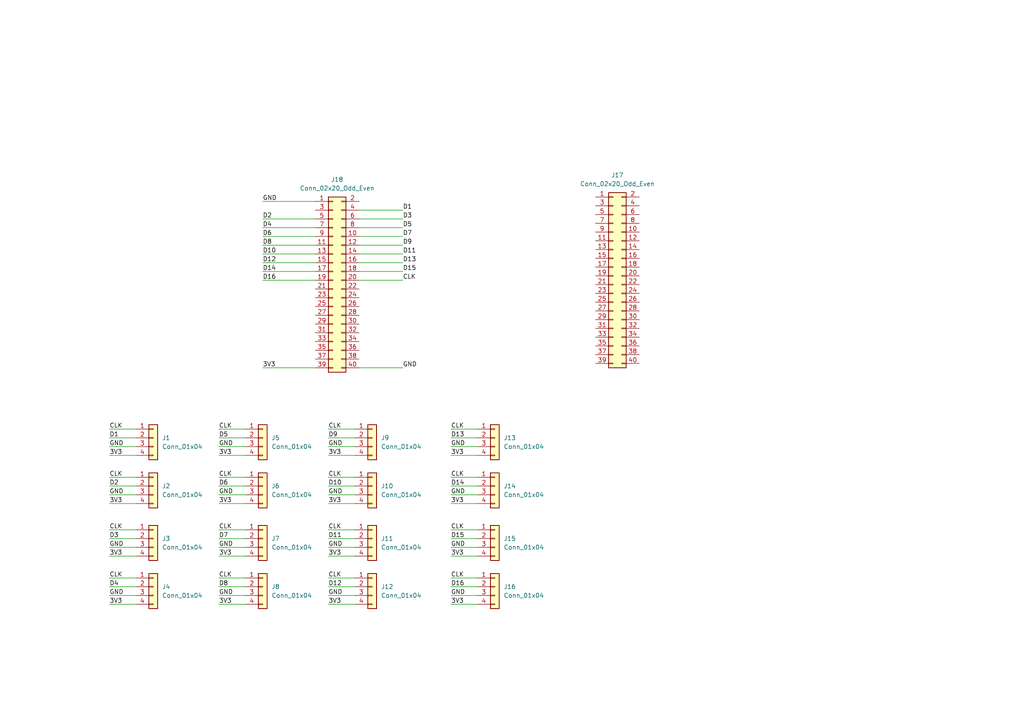
<source format=kicad_sch>
(kicad_sch (version 20211123) (generator eeschema)
  (paper "A4")
  (lib_symbols
    (symbol "Connector_Generic:Conn_01x04" (pin_names (offset 1.016) hide)
      (property "Reference" "J" (at 0 5.08 0))
      (property "Value" "Conn_01x04" (at 0 -7.62 0))
      (symbol "Conn_01x04_1_1"
        (rectangle (start -1.27 -4.953) (end 0 -5.207) (stroke (width 0.1524)))
        (rectangle (start -1.27 -2.413) (end 0 -2.667) (stroke (width 0.1524)))
        (rectangle (start -1.27 0.127) (end 0 -0.127) (stroke (width 0.1524)))
        (rectangle (start -1.27 2.667) (end 0 2.413) (stroke (width 0.1524)))
        (rectangle (start -1.27 3.81) (end 1.27 -6.35) (stroke (width 0.254)) (fill (type background)))
        (pin passive line (at -5.08 2.54 0) (length 3.81) (name "Pin_1") (number "1"))
        (pin passive line (at -5.08 0 0) (length 3.81) (name "Pin_2") (number "2"))
        (pin passive line (at -5.08 -2.54 0) (length 3.81) (name "Pin_3") (number "3"))
        (pin passive line (at -5.08 -5.08 0) (length 3.81) (name "Pin_4") (number "4"))
      )
    )
    (symbol "Connector_Generic:Conn_02x20_Odd_Even" (pin_names (offset 1.016) hide)
      (property "Reference" "J" (at 1.27 25.4 0))
      (property "Value" "Conn_02x20_Odd_Even" (at 1.27 -27.94 0))
      (symbol "Conn_02x20_Odd_Even_1_1"
        (rectangle (start -1.27 -25.273) (end 0 -25.527) (stroke (width 0.1524)))
        (rectangle (start -1.27 -22.733) (end 0 -22.987) (stroke (width 0.1524)))
        (rectangle (start -1.27 -20.193) (end 0 -20.447) (stroke (width 0.1524)))
        (rectangle (start -1.27 -17.653) (end 0 -17.907) (stroke (width 0.1524)))
        (rectangle (start -1.27 -15.113) (end 0 -15.367) (stroke (width 0.1524)))
        (rectangle (start -1.27 -12.573) (end 0 -12.827) (stroke (width 0.1524)))
        (rectangle (start -1.27 -10.033) (end 0 -10.287) (stroke (width 0.1524)))
        (rectangle (start -1.27 -7.493) (end 0 -7.747) (stroke (width 0.1524)))
        (rectangle (start -1.27 -4.953) (end 0 -5.207) (stroke (width 0.1524)))
        (rectangle (start -1.27 -2.413) (end 0 -2.667) (stroke (width 0.1524)))
        (rectangle (start -1.27 0.127) (end 0 -0.127) (stroke (width 0.1524)))
        (rectangle (start -1.27 2.667) (end 0 2.413) (stroke (width 0.1524)))
        (rectangle (start -1.27 5.207) (end 0 4.953) (stroke (width 0.1524)))
        (rectangle (start -1.27 7.747) (end 0 7.493) (stroke (width 0.1524)))
        (rectangle (start -1.27 10.287) (end 0 10.033) (stroke (width 0.1524)))
        (rectangle (start -1.27 12.827) (end 0 12.573) (stroke (width 0.1524)))
        (rectangle (start -1.27 15.367) (end 0 15.113) (stroke (width 0.1524)))
        (rectangle (start -1.27 17.907) (end 0 17.653) (stroke (width 0.1524)))
        (rectangle (start -1.27 20.447) (end 0 20.193) (stroke (width 0.1524)))
        (rectangle (start -1.27 22.987) (end 0 22.733) (stroke (width 0.1524)))
        (rectangle (start -1.27 24.13) (end 3.81 -26.67) (stroke (width 0.254)) (fill (type background)))
        (rectangle (start 3.81 -25.273) (end 2.54 -25.527) (stroke (width 0.1524)))
        (rectangle (start 3.81 -22.733) (end 2.54 -22.987) (stroke (width 0.1524)))
        (rectangle (start 3.81 -20.193) (end 2.54 -20.447) (stroke (width 0.1524)))
        (rectangle (start 3.81 -17.653) (end 2.54 -17.907) (stroke (width 0.1524)))
        (rectangle (start 3.81 -15.113) (end 2.54 -15.367) (stroke (width 0.1524)))
        (rectangle (start 3.81 -12.573) (end 2.54 -12.827) (stroke (width 0.1524)))
        (rectangle (start 3.81 -10.033) (end 2.54 -10.287) (stroke (width 0.1524)))
        (rectangle (start 3.81 -7.493) (end 2.54 -7.747) (stroke (width 0.1524)))
        (rectangle (start 3.81 -4.953) (end 2.54 -5.207) (stroke (width 0.1524)))
        (rectangle (start 3.81 -2.413) (end 2.54 -2.667) (stroke (width 0.1524)))
        (rectangle (start 3.81 0.127) (end 2.54 -0.127) (stroke (width 0.1524)))
        (rectangle (start 3.81 2.667) (end 2.54 2.413) (stroke (width 0.1524)))
        (rectangle (start 3.81 5.207) (end 2.54 4.953) (stroke (width 0.1524)))
        (rectangle (start 3.81 7.747) (end 2.54 7.493) (stroke (width 0.1524)))
        (rectangle (start 3.81 10.287) (end 2.54 10.033) (stroke (width 0.1524)))
        (rectangle (start 3.81 12.827) (end 2.54 12.573) (stroke (width 0.1524)))
        (rectangle (start 3.81 15.367) (end 2.54 15.113) (stroke (width 0.1524)))
        (rectangle (start 3.81 17.907) (end 2.54 17.653) (stroke (width 0.1524)))
        (rectangle (start 3.81 20.447) (end 2.54 20.193) (stroke (width 0.1524)))
        (rectangle (start 3.81 22.987) (end 2.54 22.733) (stroke (width 0.1524)))
        (pin passive line (at -5.08 22.86 0) (length 3.81) (name "Pin_1") (number "1"))
        (pin passive line (at 7.62 12.7 180) (length 3.81) (name "Pin_10") (number "10"))
        (pin passive line (at -5.08 10.16 0) (length 3.81) (name "Pin_11") (number "11"))
        (pin passive line (at 7.62 10.16 180) (length 3.81) (name "Pin_12") (number "12"))
        (pin passive line (at -5.08 7.62 0) (length 3.81) (name "Pin_13") (number "13"))
        (pin passive line (at 7.62 7.62 180) (length 3.81) (name "Pin_14") (number "14"))
        (pin passive line (at -5.08 5.08 0) (length 3.81) (name "Pin_15") (number "15"))
        (pin passive line (at 7.62 5.08 180) (length 3.81) (name "Pin_16") (number "16"))
        (pin passive line (at -5.08 2.54 0) (length 3.81) (name "Pin_17") (number "17"))
        (pin passive line (at 7.62 2.54 180) (length 3.81) (name "Pin_18") (number "18"))
        (pin passive line (at -5.08 0 0) (length 3.81) (name "Pin_19") (number "19"))
        (pin passive line (at 7.62 22.86 180) (length 3.81) (name "Pin_2") (number "2"))
        (pin passive line (at 7.62 0 180) (length 3.81) (name "Pin_20") (number "20"))
        (pin passive line (at -5.08 -2.54 0) (length 3.81) (name "Pin_21") (number "21"))
        (pin passive line (at 7.62 -2.54 180) (length 3.81) (name "Pin_22") (number "22"))
        (pin passive line (at -5.08 -5.08 0) (length 3.81) (name "Pin_23") (number "23"))
        (pin passive line (at 7.62 -5.08 180) (length 3.81) (name "Pin_24") (number "24"))
        (pin passive line (at -5.08 -7.62 0) (length 3.81) (name "Pin_25") (number "25"))
        (pin passive line (at 7.62 -7.62 180) (length 3.81) (name "Pin_26") (number "26"))
        (pin passive line (at -5.08 -10.16 0) (length 3.81) (name "Pin_27") (number "27"))
        (pin passive line (at 7.62 -10.16 180) (length 3.81) (name "Pin_28") (number "28"))
        (pin passive line (at -5.08 -12.7 0) (length 3.81) (name "Pin_29") (number "29"))
        (pin passive line (at -5.08 20.32 0) (length 3.81) (name "Pin_3") (number "3"))
        (pin passive line (at 7.62 -12.7 180) (length 3.81) (name "Pin_30") (number "30"))
        (pin passive line (at -5.08 -15.24 0) (length 3.81) (name "Pin_31") (number "31"))
        (pin passive line (at 7.62 -15.24 180) (length 3.81) (name "Pin_32") (number "32"))
        (pin passive line (at -5.08 -17.78 0) (length 3.81) (name "Pin_33") (number "33"))
        (pin passive line (at 7.62 -17.78 180) (length 3.81) (name "Pin_34") (number "34"))
        (pin passive line (at -5.08 -20.32 0) (length 3.81) (name "Pin_35") (number "35"))
        (pin passive line (at 7.62 -20.32 180) (length 3.81) (name "Pin_36") (number "36"))
        (pin passive line (at -5.08 -22.86 0) (length 3.81) (name "Pin_37") (number "37"))
        (pin passive line (at 7.62 -22.86 180) (length 3.81) (name "Pin_38") (number "38"))
        (pin passive line (at -5.08 -25.4 0) (length 3.81) (name "Pin_39") (number "39"))
        (pin passive line (at 7.62 20.32 180) (length 3.81) (name "Pin_4") (number "4"))
        (pin passive line (at 7.62 -25.4 180) (length 3.81) (name "Pin_40") (number "40"))
        (pin passive line (at -5.08 17.78 0) (length 3.81) (name "Pin_5") (number "5"))
        (pin passive line (at 7.62 17.78 180) (length 3.81) (name "Pin_6") (number "6"))
        (pin passive line (at -5.08 15.24 0) (length 3.81) (name "Pin_7") (number "7"))
        (pin passive line (at 7.62 15.24 180) (length 3.81) (name "Pin_8") (number "8"))
        (pin passive line (at -5.08 12.7 0) (length 3.81) (name "Pin_9") (number "9"))
      )
    )
  )
  (wire (pts (xy 95.25 143.51) (xy 102.87 143.51)))
  (wire (pts (xy 76.2 106.68) (xy 91.44 106.68)))
  (wire (pts (xy 95.25 153.67) (xy 102.87 153.67)))
  (wire (pts (xy 130.81 127) (xy 138.43 127)))
  (wire (pts (xy 95.25 161.29) (xy 102.87 161.29)))
  (wire (pts (xy 76.2 76.2) (xy 91.44 76.2)))
  (wire (pts (xy 95.25 167.64) (xy 102.87 167.64)))
  (wire (pts (xy 104.14 60.96) (xy 116.84 60.96)))
  (wire (pts (xy 104.14 73.66) (xy 116.84 73.66)))
  (wire (pts (xy 31.75 146.05) (xy 39.37 146.05)))
  (wire (pts (xy 76.2 73.66) (xy 91.44 73.66)))
  (wire (pts (xy 95.25 140.97) (xy 102.87 140.97)))
  (wire (pts (xy 130.81 161.29) (xy 138.43 161.29)))
  (wire (pts (xy 76.2 66.04) (xy 91.44 66.04)))
  (wire (pts (xy 76.2 68.58) (xy 91.44 68.58)))
  (wire (pts (xy 63.5 161.29) (xy 71.12 161.29)))
  (wire (pts (xy 104.14 68.58) (xy 116.84 68.58)))
  (wire (pts (xy 31.75 132.08) (xy 39.37 132.08)))
  (wire (pts (xy 76.2 81.28) (xy 91.44 81.28)))
  (wire (pts (xy 130.81 153.67) (xy 138.43 153.67)))
  (wire (pts (xy 63.5 170.18) (xy 71.12 170.18)))
  (wire (pts (xy 31.75 153.67) (xy 39.37 153.67)))
  (wire (pts (xy 63.5 146.05) (xy 71.12 146.05)))
  (wire (pts (xy 63.5 132.08) (xy 71.12 132.08)))
  (wire (pts (xy 130.81 132.08) (xy 138.43 132.08)))
  (wire (pts (xy 31.75 158.75) (xy 39.37 158.75)))
  (wire (pts (xy 130.81 167.64) (xy 138.43 167.64)))
  (wire (pts (xy 130.81 146.05) (xy 138.43 146.05)))
  (wire (pts (xy 63.5 143.51) (xy 71.12 143.51)))
  (wire (pts (xy 31.75 129.54) (xy 39.37 129.54)))
  (wire (pts (xy 31.75 156.21) (xy 39.37 156.21)))
  (wire (pts (xy 31.75 138.43) (xy 39.37 138.43)))
  (wire (pts (xy 31.75 124.46) (xy 39.37 124.46)))
  (wire (pts (xy 130.81 143.51) (xy 138.43 143.51)))
  (wire (pts (xy 31.75 161.29) (xy 39.37 161.29)))
  (wire (pts (xy 63.5 167.64) (xy 71.12 167.64)))
  (wire (pts (xy 130.81 129.54) (xy 138.43 129.54)))
  (wire (pts (xy 95.25 158.75) (xy 102.87 158.75)))
  (wire (pts (xy 63.5 172.72) (xy 71.12 172.72)))
  (wire (pts (xy 31.75 170.18) (xy 39.37 170.18)))
  (wire (pts (xy 63.5 138.43) (xy 71.12 138.43)))
  (wire (pts (xy 130.81 124.46) (xy 138.43 124.46)))
  (wire (pts (xy 104.14 76.2) (xy 116.84 76.2)))
  (wire (pts (xy 95.25 172.72) (xy 102.87 172.72)))
  (wire (pts (xy 130.81 138.43) (xy 138.43 138.43)))
  (wire (pts (xy 63.5 140.97) (xy 71.12 140.97)))
  (wire (pts (xy 130.81 158.75) (xy 138.43 158.75)))
  (wire (pts (xy 130.81 172.72) (xy 138.43 172.72)))
  (wire (pts (xy 130.81 156.21) (xy 138.43 156.21)))
  (wire (pts (xy 63.5 153.67) (xy 71.12 153.67)))
  (wire (pts (xy 95.25 124.46) (xy 102.87 124.46)))
  (wire (pts (xy 130.81 170.18) (xy 138.43 170.18)))
  (wire (pts (xy 95.25 127) (xy 102.87 127)))
  (wire (pts (xy 130.81 175.26) (xy 138.43 175.26)))
  (wire (pts (xy 76.2 78.74) (xy 91.44 78.74)))
  (wire (pts (xy 76.2 71.12) (xy 91.44 71.12)))
  (wire (pts (xy 95.25 132.08) (xy 102.87 132.08)))
  (wire (pts (xy 31.75 172.72) (xy 39.37 172.72)))
  (wire (pts (xy 104.14 78.74) (xy 116.84 78.74)))
  (wire (pts (xy 104.14 63.5) (xy 116.84 63.5)))
  (wire (pts (xy 31.75 175.26) (xy 39.37 175.26)))
  (wire (pts (xy 104.14 71.12) (xy 116.84 71.12)))
  (wire (pts (xy 63.5 175.26) (xy 71.12 175.26)))
  (wire (pts (xy 95.25 129.54) (xy 102.87 129.54)))
  (wire (pts (xy 95.25 138.43) (xy 102.87 138.43)))
  (wire (pts (xy 63.5 156.21) (xy 71.12 156.21)))
  (wire (pts (xy 76.2 63.5) (xy 91.44 63.5)))
  (wire (pts (xy 95.25 146.05) (xy 102.87 146.05)))
  (wire (pts (xy 31.75 140.97) (xy 39.37 140.97)))
  (wire (pts (xy 63.5 124.46) (xy 71.12 124.46)))
  (wire (pts (xy 104.14 66.04) (xy 116.84 66.04)))
  (wire (pts (xy 76.2 58.42) (xy 91.44 58.42)))
  (wire (pts (xy 130.81 140.97) (xy 138.43 140.97)))
  (wire (pts (xy 95.25 156.21) (xy 102.87 156.21)))
  (wire (pts (xy 31.75 167.64) (xy 39.37 167.64)))
  (wire (pts (xy 95.25 170.18) (xy 102.87 170.18)))
  (wire (pts (xy 104.14 106.68) (xy 116.84 106.68)))
  (wire (pts (xy 31.75 127) (xy 39.37 127)))
  (wire (pts (xy 63.5 127) (xy 71.12 127)))
  (wire (pts (xy 63.5 129.54) (xy 71.12 129.54)))
  (wire (pts (xy 31.75 143.51) (xy 39.37 143.51)))
  (wire (pts (xy 104.14 81.28) (xy 116.84 81.28)))
  (wire (pts (xy 63.5 158.75) (xy 71.12 158.75)))
  (wire (pts (xy 95.25 175.26) (xy 102.87 175.26)))
  (label "D15" (at 116.84 78.74 0))
  (label "CLK" (at 63.5 167.64 0))
  (label "GND" (at 130.81 143.51 0))
  (label "CLK" (at 130.81 153.67 0))
  (label "3V3" (at 31.75 132.08 0))
  (label "D6" (at 76.2 68.58 0))
  (label "3V3" (at 130.81 161.29 0))
  (label "D10" (at 95.25 140.97 0))
  (label "CLK" (at 31.75 124.46 0))
  (label "D11" (at 95.25 156.21 0))
  (label "GND" (at 116.84 106.68 0))
  (label "D13" (at 130.81 127 0))
  (label "GND" (at 130.81 158.75 0))
  (label "D9" (at 95.25 127 0))
  (label "GND" (at 95.25 129.54 0))
  (label "D3" (at 31.75 156.21 0))
  (label "D4" (at 76.2 66.04 0))
  (label "GND" (at 63.5 143.51 0))
  (label "GND" (at 63.5 172.72 0))
  (label "D1" (at 31.75 127 0))
  (label "D5" (at 116.84 66.04 0))
  (label "D15" (at 130.81 156.21 0))
  (label "3V3" (at 76.2 106.68 0))
  (label "D7" (at 116.84 68.58 0))
  (label "GND" (at 31.75 158.75 0))
  (label "D2" (at 76.2 63.5 0))
  (label "CLK" (at 95.25 153.67 0))
  (label "3V3" (at 31.75 161.29 0))
  (label "GND" (at 63.5 129.54 0))
  (label "GND" (at 130.81 129.54 0))
  (label "D2" (at 31.75 140.97 0))
  (label "3V3" (at 130.81 132.08 0))
  (label "GND" (at 63.5 158.75 0))
  (label "D12" (at 76.2 76.2 0))
  (label "D10" (at 76.2 73.66 0))
  (label "GND" (at 130.81 172.72 0))
  (label "3V3" (at 130.81 175.26 0))
  (label "CLK" (at 130.81 167.64 0))
  (label "D14" (at 130.81 140.97 0))
  (label "CLK" (at 130.81 124.46 0))
  (label "D3" (at 116.84 63.5 0))
  (label "3V3" (at 63.5 146.05 0))
  (label "GND" (at 95.25 172.72 0))
  (label "3V3" (at 95.25 146.05 0))
  (label "D4" (at 31.75 170.18 0))
  (label "3V3" (at 63.5 161.29 0))
  (label "D12" (at 95.25 170.18 0))
  (label "CLK" (at 95.25 138.43 0))
  (label "CLK" (at 63.5 124.46 0))
  (label "CLK" (at 31.75 167.64 0))
  (label "3V3" (at 63.5 132.08 0))
  (label "CLK" (at 63.5 138.43 0))
  (label "CLK" (at 31.75 138.43 0))
  (label "D6" (at 63.5 140.97 0))
  (label "GND" (at 95.25 158.75 0))
  (label "GND" (at 76.2 58.42 0))
  (label "D7" (at 63.5 156.21 0))
  (label "GND" (at 31.75 172.72 0))
  (label "3V3" (at 95.25 132.08 0))
  (label "3V3" (at 95.25 161.29 0))
  (label "D8" (at 76.2 71.12 0))
  (label "CLK" (at 116.84 81.28 0))
  (label "D8" (at 63.5 170.18 0))
  (label "D1" (at 116.84 60.96 0))
  (label "GND" (at 31.75 143.51 0))
  (label "D14" (at 76.2 78.74 0))
  (label "D16" (at 76.2 81.28 0))
  (label "GND" (at 95.25 143.51 0))
  (label "3V3" (at 31.75 175.26 0))
  (label "D13" (at 116.84 76.2 0))
  (label "D9" (at 116.84 71.12 0))
  (label "D11" (at 116.84 73.66 0))
  (label "CLK" (at 31.75 153.67 0))
  (label "D16" (at 130.81 170.18 0))
  (label "D5" (at 63.5 127 0))
  (label "GND" (at 31.75 129.54 0))
  (label "CLK" (at 95.25 124.46 0))
  (label "3V3" (at 31.75 146.05 0))
  (label "3V3" (at 63.5 175.26 0))
  (label "CLK" (at 130.81 138.43 0))
  (label "3V3" (at 130.81 146.05 0))
  (label "CLK" (at 63.5 153.67 0))
  (label "3V3" (at 95.25 175.26 0))
  (label "CLK" (at 95.25 167.64 0))
  (symbol (lib_id "Connector_Generic:Conn_01x04") (at 107.95 127 0) (unit 1)
    (property "Reference" "J9" (at 110.49 126.9999 0) (effects (justify left)))
    (property "Value" "Conn_01x04" (at 110.49 129.5399 0) (effects (justify left)))
    (property "Footprint" "Connector_PinHeader_2.54mm:PinHeader_1x04_P2.54mm_Horizontal" (effects hide))
  )
  (symbol (lib_id "Connector_Generic:Conn_01x04") (at 107.95 170.18 0) (unit 1)
    (property "Reference" "J12" (at 110.49 170.1799 0) (effects (justify left)))
    (property "Value" "Conn_01x04" (at 110.49 172.7199 0) (effects (justify left)))
    (property "Footprint" "Connector_PinHeader_2.54mm:PinHeader_1x04_P2.54mm_Horizontal" (effects hide))
  )
  (symbol (lib_id "Connector_Generic:Conn_01x04") (at 143.51 170.18 0) (unit 1)
    (property "Reference" "J16" (at 146.05 170.1799 0) (effects (justify left)))
    (property "Value" "Conn_01x04" (at 146.05 172.7199 0) (effects (justify left)))
    (property "Footprint" "Connector_PinHeader_2.54mm:PinHeader_1x04_P2.54mm_Horizontal" (effects hide))
  )
  (symbol (lib_id "Connector_Generic:Conn_01x04") (at 143.51 127 0) (unit 1)
    (property "Reference" "J13" (at 146.05 126.9999 0) (effects (justify left)))
    (property "Value" "Conn_01x04" (at 146.05 129.5399 0) (effects (justify left)))
    (property "Footprint" "Connector_PinHeader_2.54mm:PinHeader_1x04_P2.54mm_Horizontal" (effects hide))
  )
  (symbol (lib_id "Connector_Generic:Conn_01x04") (at 44.45 156.21 0) (unit 1)
    (property "Reference" "J3" (at 46.99 156.2099 0) (effects (justify left)))
    (property "Value" "Conn_01x04" (at 46.99 158.7499 0) (effects (justify left)))
    (property "Footprint" "Connector_PinHeader_2.54mm:PinHeader_1x04_P2.54mm_Horizontal" (effects hide))
  )
  (symbol (lib_id "Connector_Generic:Conn_01x04") (at 107.95 140.97 0) (unit 1)
    (property "Reference" "J10" (at 110.49 140.9699 0) (effects (justify left)))
    (property "Value" "Conn_01x04" (at 110.49 143.5099 0) (effects (justify left)))
    (property "Footprint" "Connector_PinHeader_2.54mm:PinHeader_1x04_P2.54mm_Horizontal" (effects hide))
  )
  (symbol (lib_id "Connector_Generic:Conn_01x04") (at 44.45 127 0) (unit 1)
    (property "Reference" "J1" (at 46.99 126.9999 0) (effects (justify left)))
    (property "Value" "Conn_01x04" (at 46.99 129.5399 0) (effects (justify left)))
    (property "Footprint" "Connector_PinHeader_2.54mm:PinHeader_1x04_P2.54mm_Horizontal" (effects hide))
  )
  (symbol (lib_id "Connector_Generic:Conn_01x04") (at 76.2 140.97 0) (unit 1)
    (property "Reference" "J6" (at 78.74 140.9699 0) (effects (justify left)))
    (property "Value" "Conn_01x04" (at 78.74 143.5099 0) (effects (justify left)))
    (property "Footprint" "Connector_PinHeader_2.54mm:PinHeader_1x04_P2.54mm_Horizontal" (effects hide))
  )
  (symbol (lib_id "Connector_Generic:Conn_01x04") (at 143.51 140.97 0) (unit 1)
    (property "Reference" "J14" (at 146.05 140.9699 0) (effects (justify left)))
    (property "Value" "Conn_01x04" (at 146.05 143.5099 0) (effects (justify left)))
    (property "Footprint" "Connector_PinHeader_2.54mm:PinHeader_1x04_P2.54mm_Horizontal" (effects hide))
  )
  (symbol (lib_id "Connector_Generic:Conn_02x20_Odd_Even") (at 177.8 80.01 0) (unit 1)
    (property "Reference" "J17" (at 179.07 50.8 0))
    (property "Value" "Conn_02x20_Odd_Even" (at 179.07 53.34 0))
    (property "Footprint" "Connector_PinSocket_2.54mm:PinSocket_2x20_P2.54mm_Vertical" (effects hide))
  )
  (symbol (lib_id "Connector_Generic:Conn_02x20_Odd_Even") (at 96.52 81.28 0) (unit 1)
    (property "Reference" "J18" (at 97.79 52.07 0))
    (property "Value" "Conn_02x20_Odd_Even" (at 97.79 54.61 0))
    (property "Footprint" "Connector_PinSocket_2.54mm:PinSocket_2x20_P2.54mm_Vertical" (effects hide))
  )
  (symbol (lib_id "Connector_Generic:Conn_01x04") (at 76.2 170.18 0) (unit 1)
    (property "Reference" "J8" (at 78.74 170.1799 0) (effects (justify left)))
    (property "Value" "Conn_01x04" (at 78.74 172.7199 0) (effects (justify left)))
    (property "Footprint" "Connector_PinHeader_2.54mm:PinHeader_1x04_P2.54mm_Horizontal" (effects hide))
  )
  (symbol (lib_id "Connector_Generic:Conn_01x04") (at 76.2 156.21 0) (unit 1)
    (property "Reference" "J7" (at 78.74 156.2099 0) (effects (justify left)))
    (property "Value" "Conn_01x04" (at 78.74 158.7499 0) (effects (justify left)))
    (property "Footprint" "Connector_PinHeader_2.54mm:PinHeader_1x04_P2.54mm_Horizontal" (effects hide))
  )
  (symbol (lib_id "Connector_Generic:Conn_01x04") (at 143.51 156.21 0) (unit 1)
    (property "Reference" "J15" (at 146.05 156.2099 0) (effects (justify left)))
    (property "Value" "Conn_01x04" (at 146.05 158.7499 0) (effects (justify left)))
    (property "Footprint" "Connector_PinHeader_2.54mm:PinHeader_1x04_P2.54mm_Horizontal" (effects hide))
  )
  (symbol (lib_id "Connector_Generic:Conn_01x04") (at 76.2 127 0) (unit 1)
    (property "Reference" "J5" (at 78.74 126.9999 0) (effects (justify left)))
    (property "Value" "Conn_01x04" (at 78.74 129.5399 0) (effects (justify left)))
    (property "Footprint" "Connector_PinHeader_2.54mm:PinHeader_1x04_P2.54mm_Horizontal" (effects hide))
  )
  (symbol (lib_id "Connector_Generic:Conn_01x04") (at 44.45 140.97 0) (unit 1)
    (property "Reference" "J2" (at 46.99 140.9699 0) (effects (justify left)))
    (property "Value" "Conn_01x04" (at 46.99 143.5099 0) (effects (justify left)))
    (property "Footprint" "Connector_PinHeader_2.54mm:PinHeader_1x04_P2.54mm_Horizontal" (effects hide))
  )
  (symbol (lib_id "Connector_Generic:Conn_01x04") (at 44.45 170.18 0) (unit 1)
    (property "Reference" "J4" (at 46.99 170.1799 0) (effects (justify left)))
    (property "Value" "Conn_01x04" (at 46.99 172.7199 0) (effects (justify left)))
    (property "Footprint" "Connector_PinHeader_2.54mm:PinHeader_1x04_P2.54mm_Horizontal" (effects hide))
  )
  (symbol (lib_id "Connector_Generic:Conn_01x04") (at 107.95 156.21 0) (unit 1)
    (property "Reference" "J11" (at 110.49 156.2099 0) (effects (justify left)))
    (property "Value" "Conn_01x04" (at 110.49 158.7499 0) (effects (justify left)))
    (property "Footprint" "Connector_PinHeader_2.54mm:PinHeader_1x04_P2.54mm_Horizontal" (effects hide))
  )
)
</source>
